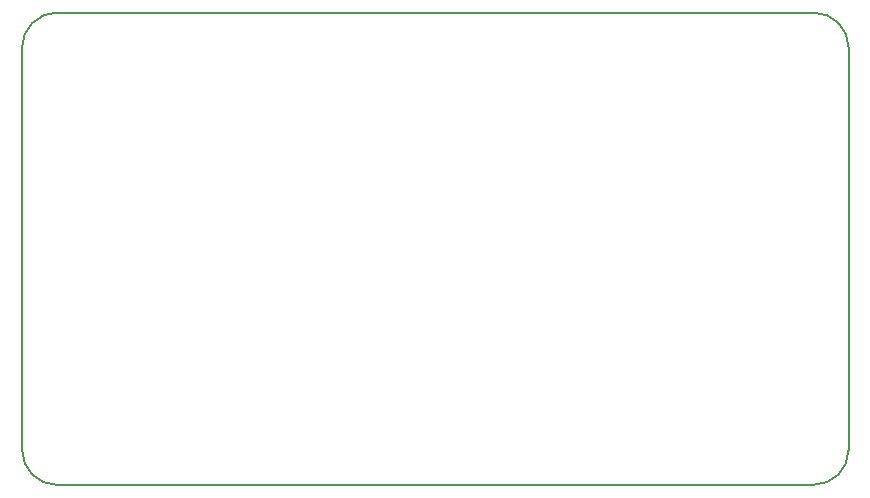
<source format=gbr>
%TF.GenerationSoftware,KiCad,Pcbnew,(6.0.5)*%
%TF.CreationDate,2022-09-22T23:13:11-05:00*%
%TF.ProjectId,powerPCB,706f7765-7250-4434-922e-6b696361645f,rev?*%
%TF.SameCoordinates,Original*%
%TF.FileFunction,Profile,NP*%
%FSLAX46Y46*%
G04 Gerber Fmt 4.6, Leading zero omitted, Abs format (unit mm)*
G04 Created by KiCad (PCBNEW (6.0.5)) date 2022-09-22 23:13:11*
%MOMM*%
%LPD*%
G01*
G04 APERTURE LIST*
%TA.AperFunction,Profile*%
%ADD10C,0.200000*%
%TD*%
G04 APERTURE END LIST*
D10*
X94900000Y-59000000D02*
G75*
G03*
X91900000Y-62000000I0J-3000000D01*
G01*
X94900000Y-59000000D02*
X158900000Y-59000000D01*
X158900000Y-99000000D02*
G75*
G03*
X161900000Y-96000000I0J3000000D01*
G01*
X158900000Y-99000000D02*
X94900000Y-99000000D01*
X161900000Y-62000000D02*
G75*
G03*
X158900000Y-59000000I-3000000J0D01*
G01*
X161900000Y-62000000D02*
X161900000Y-96000000D01*
X91900000Y-96000000D02*
X91900000Y-62000000D01*
X91900000Y-96000000D02*
G75*
G03*
X94900000Y-99000000I3000000J0D01*
G01*
M02*

</source>
